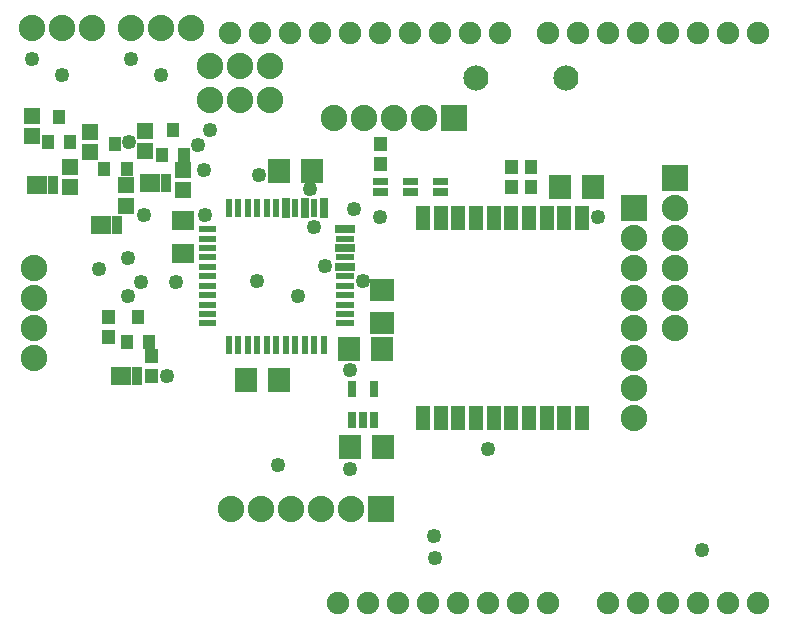
<source format=gts>
G04 MADE WITH FRITZING*
G04 WWW.FRITZING.ORG*
G04 DOUBLE SIDED*
G04 HOLES PLATED*
G04 CONTOUR ON CENTER OF CONTOUR VECTOR*
%ASAXBY*%
%FSLAX23Y23*%
%MOIN*%
%OFA0B0*%
%SFA1.0B1.0*%
%ADD10C,0.084000*%
%ADD11C,0.049370*%
%ADD12C,0.088000*%
%ADD13C,0.075278*%
%ADD14R,0.049370X0.080866*%
%ADD15R,0.049370X0.080865*%
%ADD16R,0.069055X0.029685*%
%ADD17R,0.029685X0.069055*%
%ADD18R,0.088000X0.088000*%
%ADD19R,0.031654X0.057244*%
%ADD20R,0.053307X0.057244*%
%ADD21R,0.072992X0.080866*%
%ADD22R,0.080866X0.072992*%
%ADD23R,0.035000X0.060000*%
%ADD24R,0.041496X0.045433*%
%ADD25C,0.010000*%
%ADD26C,0.030000*%
%LNMASK1*%
G90*
G70*
G54D10*
X1571Y1854D03*
X1871Y1854D03*
X1571Y1854D03*
X1871Y1854D03*
G54D11*
X2323Y282D03*
G54D12*
X99Y1222D03*
X99Y1122D03*
X99Y1022D03*
X99Y922D03*
G54D13*
X2110Y105D03*
X2210Y105D03*
X2310Y105D03*
X2410Y105D03*
X2510Y105D03*
X1650Y2005D03*
X1550Y2005D03*
X1450Y2005D03*
X1350Y2005D03*
X1250Y2005D03*
X1150Y2005D03*
X1050Y2005D03*
X950Y2005D03*
X850Y2005D03*
X750Y2005D03*
X2510Y2005D03*
X2410Y2005D03*
X2310Y2005D03*
X2210Y2005D03*
X2110Y2005D03*
X2010Y2005D03*
X1910Y2005D03*
X1810Y2005D03*
X1210Y105D03*
X1110Y105D03*
X1310Y105D03*
X1410Y105D03*
X1510Y105D03*
X1610Y105D03*
X1710Y105D03*
X1810Y105D03*
X2010Y105D03*
G54D12*
X2233Y1520D03*
X2233Y1420D03*
X2233Y1320D03*
X2233Y1220D03*
X2233Y1120D03*
X2233Y1020D03*
X1253Y416D03*
X1153Y416D03*
X1053Y416D03*
X953Y416D03*
X853Y416D03*
X753Y416D03*
X1499Y1722D03*
X1399Y1722D03*
X1299Y1722D03*
X1199Y1722D03*
X1099Y1722D03*
X685Y1781D03*
X785Y1781D03*
X885Y1781D03*
X684Y1893D03*
X784Y1893D03*
X884Y1893D03*
X291Y2022D03*
X191Y2022D03*
X91Y2022D03*
X620Y2021D03*
X520Y2021D03*
X420Y2021D03*
X2099Y1422D03*
X2099Y1322D03*
X2099Y1222D03*
X2099Y1122D03*
X2099Y1022D03*
X2099Y922D03*
X2099Y822D03*
X2099Y722D03*
G54D11*
X1433Y255D03*
X1430Y328D03*
X1030Y1357D03*
X91Y1919D03*
X420Y1919D03*
X191Y1863D03*
X520Y1863D03*
X412Y1128D03*
X978Y1129D03*
X1018Y1483D03*
X668Y1399D03*
X315Y1219D03*
X849Y1531D03*
X416Y1641D03*
X412Y1253D03*
X466Y1397D03*
X644Y1630D03*
X1069Y1227D03*
X911Y564D03*
X1150Y881D03*
X1151Y550D03*
X1195Y1177D03*
X1166Y1419D03*
X840Y1179D03*
X685Y1682D03*
X540Y861D03*
X570Y1175D03*
X455Y1175D03*
X664Y1546D03*
X1610Y617D03*
X1252Y1390D03*
X1979Y1390D03*
G54D14*
X1512Y720D03*
X1453Y720D03*
G54D15*
X1866Y1389D03*
X1925Y1389D03*
G54D14*
X1748Y720D03*
G54D15*
X1807Y1389D03*
X1748Y1389D03*
X1689Y1389D03*
G54D14*
X1571Y720D03*
G54D15*
X1630Y1389D03*
X1571Y1389D03*
X1512Y1389D03*
G54D14*
X1394Y720D03*
X1866Y720D03*
X1630Y720D03*
X1689Y720D03*
G54D15*
X1453Y1389D03*
G54D14*
X1807Y720D03*
G54D15*
X1394Y1389D03*
G54D14*
X1925Y720D03*
G54D16*
X1134Y1225D03*
X1134Y1288D03*
X1134Y1351D03*
G54D17*
X1063Y1422D03*
X1000Y1422D03*
X937Y1422D03*
G54D18*
X2233Y1520D03*
X1253Y416D03*
X1499Y1722D03*
G54D19*
X1157Y715D03*
X1194Y715D03*
X1232Y715D03*
X1232Y817D03*
X1157Y817D03*
G54D18*
X2099Y1422D03*
G54D20*
X218Y1492D03*
X218Y1559D03*
X90Y1660D03*
X90Y1727D03*
X596Y1548D03*
X596Y1481D03*
X406Y1429D03*
X406Y1496D03*
X283Y1608D03*
X283Y1675D03*
X468Y1679D03*
X468Y1612D03*
G54D21*
X1852Y1492D03*
X1962Y1492D03*
X803Y848D03*
X914Y848D03*
G54D22*
X1257Y1148D03*
X1257Y1038D03*
G54D21*
X1150Y625D03*
X1260Y625D03*
X1148Y950D03*
X1258Y950D03*
X915Y1545D03*
X1025Y1545D03*
G54D23*
X303Y1364D03*
X338Y1364D03*
X373Y1364D03*
X370Y860D03*
X405Y860D03*
X440Y860D03*
X161Y1496D03*
X126Y1496D03*
X91Y1496D03*
X467Y1505D03*
X502Y1505D03*
X537Y1505D03*
G54D24*
X332Y1551D03*
X407Y1551D03*
X369Y1634D03*
X407Y974D03*
X482Y974D03*
X444Y1057D03*
X524Y1597D03*
X599Y1597D03*
X562Y1680D03*
X143Y1642D03*
X217Y1642D03*
X180Y1725D03*
G54D25*
G36*
X738Y994D02*
X758Y994D01*
X758Y935D01*
X738Y935D01*
X738Y994D01*
G37*
D02*
G36*
X769Y994D02*
X789Y994D01*
X789Y935D01*
X769Y935D01*
X769Y994D01*
G37*
D02*
G36*
X801Y994D02*
X821Y994D01*
X821Y935D01*
X801Y935D01*
X801Y994D01*
G37*
D02*
G36*
X832Y994D02*
X852Y994D01*
X852Y935D01*
X832Y935D01*
X832Y994D01*
G37*
D02*
G36*
X864Y994D02*
X884Y994D01*
X884Y935D01*
X864Y935D01*
X864Y994D01*
G37*
D02*
G36*
X895Y994D02*
X915Y994D01*
X915Y935D01*
X895Y935D01*
X895Y994D01*
G37*
D02*
G36*
X927Y994D02*
X947Y994D01*
X947Y935D01*
X927Y935D01*
X927Y994D01*
G37*
D02*
G36*
X958Y994D02*
X978Y994D01*
X978Y935D01*
X958Y935D01*
X958Y994D01*
G37*
D02*
G36*
X990Y994D02*
X1010Y994D01*
X1010Y935D01*
X990Y935D01*
X990Y994D01*
G37*
D02*
G36*
X1021Y994D02*
X1041Y994D01*
X1041Y935D01*
X1021Y935D01*
X1021Y994D01*
G37*
D02*
G36*
X1053Y994D02*
X1073Y994D01*
X1073Y935D01*
X1053Y935D01*
X1053Y994D01*
G37*
D02*
G36*
X1104Y1046D02*
X1163Y1046D01*
X1163Y1026D01*
X1104Y1026D01*
X1104Y1046D01*
G37*
D02*
G36*
X1104Y1077D02*
X1163Y1077D01*
X1163Y1057D01*
X1104Y1057D01*
X1104Y1077D01*
G37*
D02*
G36*
X1104Y1109D02*
X1163Y1109D01*
X1163Y1089D01*
X1104Y1089D01*
X1104Y1109D01*
G37*
D02*
G36*
X1104Y1140D02*
X1163Y1140D01*
X1163Y1120D01*
X1104Y1120D01*
X1104Y1140D01*
G37*
D02*
G36*
X1104Y1172D02*
X1163Y1172D01*
X1163Y1152D01*
X1104Y1152D01*
X1104Y1172D01*
G37*
D02*
G36*
X1104Y1203D02*
X1163Y1203D01*
X1163Y1183D01*
X1104Y1183D01*
X1104Y1203D01*
G37*
D02*
G36*
X1104Y1266D02*
X1163Y1266D01*
X1163Y1246D01*
X1104Y1246D01*
X1104Y1266D01*
G37*
D02*
G36*
X1104Y1329D02*
X1163Y1329D01*
X1163Y1309D01*
X1104Y1309D01*
X1104Y1329D01*
G37*
D02*
G36*
X1021Y1451D02*
X1041Y1451D01*
X1041Y1392D01*
X1021Y1392D01*
X1021Y1451D01*
G37*
D02*
G36*
X958Y1451D02*
X978Y1451D01*
X978Y1392D01*
X958Y1392D01*
X958Y1451D01*
G37*
D02*
G36*
X895Y1451D02*
X915Y1451D01*
X915Y1392D01*
X895Y1392D01*
X895Y1451D01*
G37*
D02*
G36*
X864Y1451D02*
X884Y1451D01*
X884Y1392D01*
X864Y1392D01*
X864Y1451D01*
G37*
D02*
G36*
X832Y1451D02*
X852Y1451D01*
X852Y1392D01*
X832Y1392D01*
X832Y1451D01*
G37*
D02*
G36*
X801Y1451D02*
X821Y1451D01*
X821Y1392D01*
X801Y1392D01*
X801Y1451D01*
G37*
D02*
G36*
X769Y1451D02*
X789Y1451D01*
X789Y1392D01*
X769Y1392D01*
X769Y1451D01*
G37*
D02*
G36*
X738Y1451D02*
X758Y1451D01*
X758Y1392D01*
X738Y1392D01*
X738Y1451D01*
G37*
D02*
G36*
X647Y1361D02*
X706Y1361D01*
X706Y1341D01*
X647Y1341D01*
X647Y1361D01*
G37*
D02*
G36*
X647Y1329D02*
X706Y1329D01*
X706Y1309D01*
X647Y1309D01*
X647Y1329D01*
G37*
D02*
G36*
X647Y1298D02*
X706Y1298D01*
X706Y1278D01*
X647Y1278D01*
X647Y1298D01*
G37*
D02*
G36*
X647Y1266D02*
X706Y1266D01*
X706Y1246D01*
X647Y1246D01*
X647Y1266D01*
G37*
D02*
G36*
X647Y1235D02*
X706Y1235D01*
X706Y1215D01*
X647Y1215D01*
X647Y1235D01*
G37*
D02*
G36*
X647Y1203D02*
X706Y1203D01*
X706Y1183D01*
X647Y1183D01*
X647Y1203D01*
G37*
D02*
G36*
X647Y1172D02*
X706Y1172D01*
X706Y1152D01*
X647Y1152D01*
X647Y1172D01*
G37*
D02*
G36*
X647Y1140D02*
X706Y1140D01*
X706Y1120D01*
X647Y1120D01*
X647Y1140D01*
G37*
D02*
G36*
X647Y1109D02*
X706Y1109D01*
X706Y1089D01*
X647Y1089D01*
X647Y1109D01*
G37*
D02*
G36*
X647Y1077D02*
X706Y1077D01*
X706Y1057D01*
X647Y1057D01*
X647Y1077D01*
G37*
D02*
G36*
X647Y1046D02*
X706Y1046D01*
X706Y1026D01*
X647Y1026D01*
X647Y1046D01*
G37*
D02*
G54D26*
G36*
X656Y1810D02*
X714Y1810D01*
X714Y1752D01*
X656Y1752D01*
X656Y1810D01*
G37*
D02*
G36*
X655Y1922D02*
X713Y1922D01*
X713Y1864D01*
X655Y1864D01*
X655Y1922D01*
G37*
D02*
G36*
X320Y1993D02*
X262Y1993D01*
X262Y2051D01*
X320Y2051D01*
X320Y1993D01*
G37*
D02*
G36*
X649Y1992D02*
X591Y1992D01*
X591Y2050D01*
X649Y2050D01*
X649Y1992D01*
G37*
D02*
G54D25*
G36*
X369Y1035D02*
X326Y1035D01*
X326Y1082D01*
X369Y1082D01*
X369Y1035D01*
G37*
D02*
G36*
X369Y968D02*
X326Y968D01*
X326Y1015D01*
X369Y1015D01*
X369Y968D01*
G37*
D02*
G36*
X511Y904D02*
X467Y904D01*
X467Y952D01*
X511Y952D01*
X511Y904D01*
G37*
D02*
G36*
X511Y837D02*
X467Y837D01*
X467Y885D01*
X511Y885D01*
X511Y837D01*
G37*
D02*
G36*
X630Y1347D02*
X559Y1347D01*
X559Y1410D01*
X630Y1410D01*
X630Y1347D01*
G37*
D02*
G36*
X630Y1237D02*
X559Y1237D01*
X559Y1300D01*
X630Y1300D01*
X630Y1237D01*
G37*
D02*
G36*
X1378Y1497D02*
X1328Y1497D01*
X1328Y1522D01*
X1378Y1522D01*
X1378Y1497D01*
G37*
D02*
G36*
X1378Y1461D02*
X1328Y1461D01*
X1328Y1486D01*
X1378Y1486D01*
X1378Y1461D01*
G37*
D02*
G36*
X1477Y1497D02*
X1427Y1497D01*
X1427Y1522D01*
X1477Y1522D01*
X1477Y1497D01*
G37*
D02*
G36*
X1477Y1461D02*
X1427Y1461D01*
X1427Y1486D01*
X1477Y1486D01*
X1477Y1461D01*
G37*
D02*
G36*
X1277Y1497D02*
X1227Y1497D01*
X1227Y1522D01*
X1277Y1522D01*
X1277Y1497D01*
G37*
D02*
G36*
X1277Y1461D02*
X1227Y1461D01*
X1227Y1486D01*
X1277Y1486D01*
X1277Y1461D01*
G37*
D02*
G36*
X1710Y1535D02*
X1667Y1535D01*
X1667Y1582D01*
X1710Y1582D01*
X1710Y1535D01*
G37*
D02*
G36*
X1710Y1468D02*
X1667Y1468D01*
X1667Y1515D01*
X1710Y1515D01*
X1710Y1468D01*
G37*
D02*
G36*
X1776Y1535D02*
X1733Y1535D01*
X1733Y1582D01*
X1776Y1582D01*
X1776Y1535D01*
G37*
D02*
G36*
X1776Y1468D02*
X1733Y1468D01*
X1733Y1515D01*
X1776Y1515D01*
X1776Y1468D01*
G37*
D02*
G36*
X1274Y1610D02*
X1231Y1610D01*
X1231Y1658D01*
X1274Y1658D01*
X1274Y1610D01*
G37*
D02*
G36*
X1274Y1543D02*
X1231Y1543D01*
X1231Y1591D01*
X1274Y1591D01*
X1274Y1543D01*
G37*
D02*
G04 End of Mask1*
M02*
</source>
